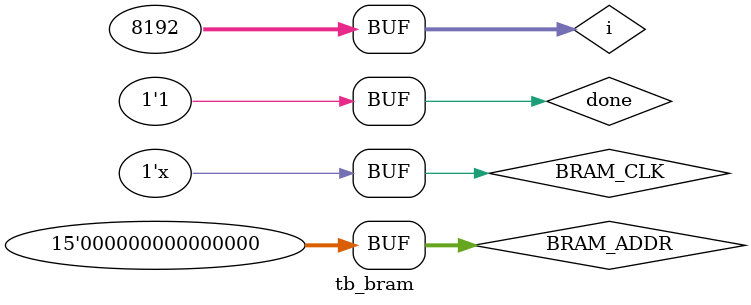
<source format=v>
`timescale 1ns / 1ps

module tb_bram # ();
  parameter BRAM_ADDR_WIDTH = 15;
  
  reg [BRAM_ADDR_WIDTH-1:0] BRAM_ADDR;
  reg BRAM_CLK;
  wire [31:0] BRAM_WRDATA1;
  wire [31:0] BRAM_RDDATA1;
  wire [31:0] BRAM_RDDATA2;
  reg done;
  
  reg [BRAM_ADDR_WIDTH-1:0] temp_ADDR1;
  reg [BRAM_ADDR_WIDTH-1:0] temp_ADDR2;  

  integer i;
  
  initial begin 
    BRAM_CLK = 0;
    BRAM_ADDR = 0;
    for(i=0; i<8192; i=i+1) begin
      #10;
      BRAM_ADDR = BRAM_ADDR+3'b100;
    end
    #20;
    done <= 1;
  end

  always #5 BRAM_CLK=~BRAM_CLK;

  always @(posedge BRAM_CLK) begin
    temp_ADDR1 <= BRAM_ADDR;
    temp_ADDR2 <= temp_ADDR1;
  end
 
 my_bram # (
 15, "input.txt", "output1.txt"
 ) bram1 (
    .BRAM_ADDR(BRAM_ADDR),
    .BRAM_CLK(BRAM_CLK),
    .BRAM_WRDATA(BRAM_WRDATA1),
    .BRAM_RDDATA(BRAM_RDDATA1),
    .BRAM_EN(1'b1),
    .BRAM_RST(1'b0),
    .BRAM_WE(4'b0000),
    .done(done)
  );

 my_bram # (
 15, "", "output2.txt"
  ) bram2 (
    .BRAM_ADDR(temp_ADDR2),
    .BRAM_CLK(BRAM_CLK),
    .BRAM_WRDATA(BRAM_RDDATA1),
    .BRAM_RDDATA(BRAM_RDDATA2),
    .BRAM_EN(1'b1),
    .BRAM_RST(1'b0),
    .BRAM_WE(4'b1111),
    .done(done)
  );    

endmodule

</source>
